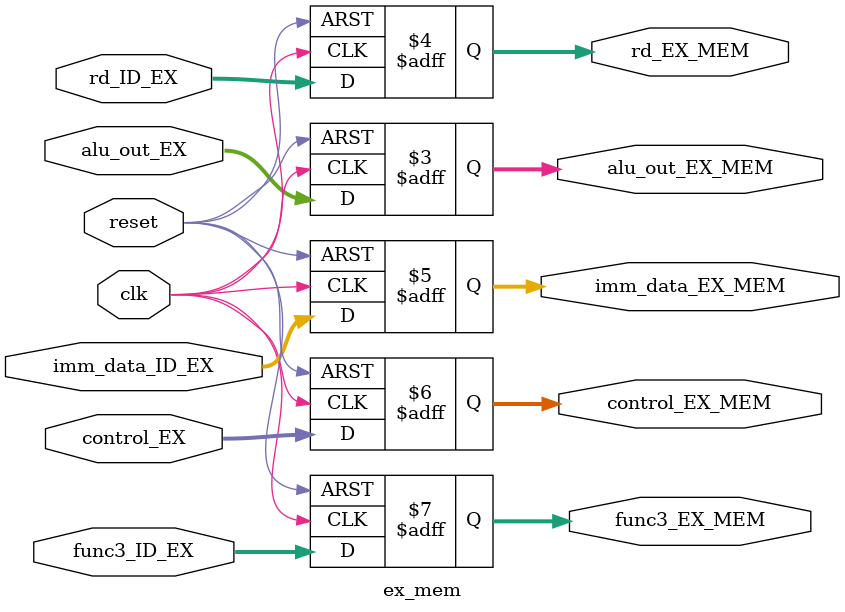
<source format=v>
`timescale 1ns / 1ps

module ex_mem(
	input clk,
	input reset,
	input [31:0] alu_out_EX,
	input [4:0] rd_ID_EX,
	input [31:0] imm_data_ID_EX,
	input [3:0] control_EX,
	input [2:0] func3_ID_EX,
	output reg [31:0] alu_out_EX_MEM,
	output reg [4:0] rd_EX_MEM,
	output reg [31:0] imm_data_EX_MEM,
	output reg [3:0] control_EX_MEM,
	output reg [2:0] func3_EX_MEM
    );

always@(posedge clk,negedge reset)
begin
if(reset == 0)
begin
alu_out_EX_MEM = 0;
rd_EX_MEM = 0;
imm_data_EX_MEM = 0;
control_EX_MEM = 0;
func3_EX_MEM = 0;
end
else
begin
alu_out_EX_MEM = alu_out_EX;
rd_EX_MEM = rd_ID_EX;
imm_data_EX_MEM = imm_data_ID_EX;
control_EX_MEM = control_EX;
func3_EX_MEM = func3_ID_EX;
end
end
endmodule

</source>
